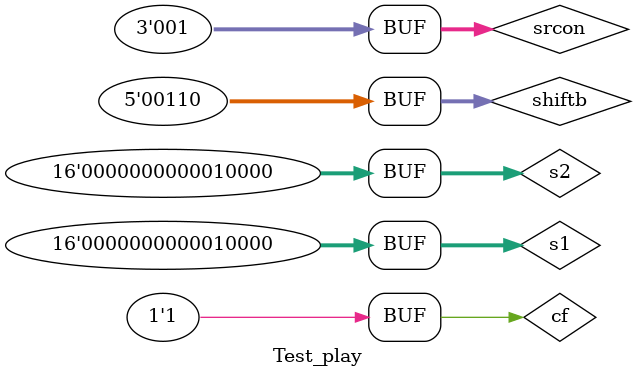
<source format=v>
module Test_play;
	parameter N=16;
	
	reg [N-1:0] s1,s2;
	reg [4:0] shiftb;
	reg [2:0] srcon;
	reg cf;
	wire [N-1:0] out,shifted;
	wire [7:0] count;
	
	initial
	begin
			s1=16; s2=16; shiftb=0; srcon=0; cf=1;
		#10 shiftb=2;
		#10 srcon=3'b001;
		#10 srcon=3'b010;
		#10 srcon=3'b011;
		#10 shiftb=4; srcon=3'b001;
		#10	shiftb=6;
		#10 ;
		#10 ;
		#10 ;
	end 
	
	initial
	begin
	$monitor($time, " s1=%b, s2=%b, srcon=%b; shiftb=%d, shifted=%b out=%d, count=%d ", s1,s2,srcon, shiftb, play.shror, out, count);
	end
	
	playground #(N) play(s1,s2,shiftb,srcon,out,shifted,cf, count);
endmodule

</source>
